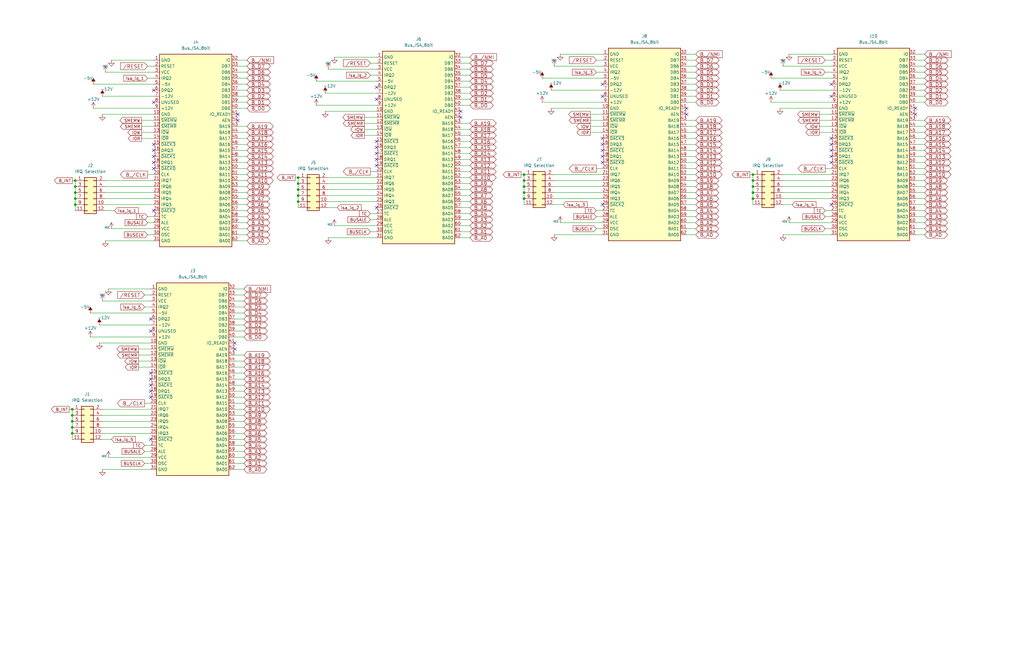
<source format=kicad_sch>
(kicad_sch (version 20231120) (generator "eeschema") (generator_version "8.0")
  (paper "USLedger")
  (title_block (title "6809PC") (date "2025-01-21") (rev "001") (comment 1 "https://github.com/danwerner21/6809PC") (comment 2 "Based on work by Andrew Lynch and John Coffman"))
  (lib_symbols
    (symbol "Connector_Generic:Conn_02x06_Odd_Even" (pin_names (offset 1.016) hide)
      (property "Reference" "J" (at 1.27 7.62 0))
      (property "Value" "Conn_02x06_Odd_Even" (at 1.27 -10.16 0))
      (symbol "Conn_02x06_Odd_Even_1_1"
        (pin passive line (at -5.08 5.08 0) (length 3.81) (name "Pin_1") (number "1"))
        (pin passive line (at 7.62 -5.08 180) (length 3.81) (name "Pin_10") (number "10"))
        (pin passive line (at -5.08 -7.62 0) (length 3.81) (name "Pin_11") (number "11"))
        (pin passive line (at 7.62 -7.62 180) (length 3.81) (name "Pin_12") (number "12"))
        (pin passive line (at 7.62 5.08 180) (length 3.81) (name "Pin_2") (number "2"))
        (pin passive line (at -5.08 2.54 0) (length 3.81) (name "Pin_3") (number "3"))
        (pin passive line (at 7.62 2.54 180) (length 3.81) (name "Pin_4") (number "4"))
        (pin passive line (at -5.08 0 0) (length 3.81) (name "Pin_5") (number "5"))
        (pin passive line (at 7.62 0 180) (length 3.81) (name "Pin_6") (number "6"))
        (pin passive line (at -5.08 -2.54 0) (length 3.81) (name "Pin_7") (number "7"))
        (pin passive line (at 7.62 -2.54 180) (length 3.81) (name "Pin_8") (number "8"))
        (pin passive line (at -5.08 -5.08 0) (length 3.81) (name "Pin_9") (number "9"))
      )
    )
    (symbol "Custom:Bus_ISA_8bit_CUSTOM"
      (property "Reference" "J" (at 0 42.545 0))
      (property "Value" "Bus_ISA_8bit_CUSTOM" (at 0 -42.545 0))
      (symbol "Bus_ISA_8bit_CUSTOM_1_1"
        (pin power_in line (at -17.78 38.1 0) (length 2.54) (name "GND") (number "1"))
        (pin power_in line (at -17.78 15.24 0) (length 2.54) (name "GND") (number "10"))
        (pin bidirectional line (at -17.78 12.7 0) (length 2.54) (name "~{SMEMW}") (number "11"))
        (pin bidirectional line (at -17.78 10.16 0) (length 2.54) (name "~{SMEMR}") (number "12"))
        (pin bidirectional line (at -17.78 7.62 0) (length 2.54) (name "~{IOW}") (number "13"))
        (pin bidirectional line (at -17.78 5.08 0) (length 2.54) (name "~{IOR}") (number "14"))
        (pin passive line (at -17.78 2.54 0) (length 2.54) (name "~{DACK3}") (number "15"))
        (pin passive line (at -17.78 0 0) (length 2.54) (name "DRQ3") (number "16"))
        (pin passive line (at -17.78 -2.54 0) (length 2.54) (name "~{DACK1}") (number "17"))
        (pin passive line (at -17.78 -5.08 0) (length 2.54) (name "DRQ1") (number "18"))
        (pin passive line (at -17.78 -7.62 0) (length 2.54) (name "~{DACK0}") (number "19"))
        (pin passive line (at -17.78 35.56 0) (length 2.54) (name "RESET") (number "2"))
        (pin bidirectional line (at -17.78 -10.16 0) (length 2.54) (name "CLK") (number "20"))
        (pin passive line (at -17.78 -12.7 0) (length 2.54) (name "IRQ7") (number "21"))
        (pin passive line (at -17.78 -15.24 0) (length 2.54) (name "IRQ6") (number "22"))
        (pin passive line (at -17.78 -17.78 0) (length 2.54) (name "IRQ5") (number "23"))
        (pin passive line (at -17.78 -20.32 0) (length 2.54) (name "IRQ4") (number "24"))
        (pin passive line (at -17.78 -22.86 0) (length 2.54) (name "IRQ3") (number "25"))
        (pin passive line (at -17.78 -25.4 0) (length 2.54) (name "~{DACK2}") (number "26"))
        (pin passive line (at -17.78 -27.94 0) (length 2.54) (name "TC") (number "27"))
        (pin bidirectional line (at -17.78 -30.48 0) (length 2.54) (name "ALE") (number "28"))
        (pin power_in line (at -17.78 -33.02 0) (length 2.54) (name "VCC") (number "29"))
        (pin power_in line (at -17.78 33.02 0) (length 2.54) (name "VCC") (number "3"))
        (pin passive line (at -17.78 -35.56 0) (length 2.54) (name "OSC") (number "30"))
        (pin power_in line (at -17.78 -38.1 0) (length 2.54) (name "GND") (number "31"))
        (pin passive line (at 17.78 38.1 180) (length 2.54) (name "IO") (number "32"))
        (pin tri_state line (at 17.78 35.56 180) (length 2.54) (name "DB7") (number "33"))
        (pin tri_state line (at 17.78 33.02 180) (length 2.54) (name "DB6") (number "34"))
        (pin tri_state line (at 17.78 30.48 180) (length 2.54) (name "DB5") (number "35"))
        (pin tri_state line (at 17.78 27.94 180) (length 2.54) (name "DB4") (number "36"))
        (pin tri_state line (at 17.78 25.4 180) (length 2.54) (name "DB3") (number "37"))
        (pin tri_state line (at 17.78 22.86 180) (length 2.54) (name "DB2") (number "38"))
        (pin tri_state line (at 17.78 20.32 180) (length 2.54) (name "DB1") (number "39"))
        (pin passive line (at -17.78 30.48 0) (length 2.54) (name "IRQ2") (number "4"))
        (pin tri_state line (at 17.78 17.78 180) (length 2.54) (name "DB0") (number "40"))
        (pin passive line (at 17.78 15.24 180) (length 2.54) (name "IO_READY") (number "41"))
        (pin output line (at 17.78 12.7 180) (length 2.54) (name "AEN") (number "42"))
        (pin tri_state line (at 17.78 10.16 180) (length 2.54) (name "BA19") (number "43"))
        (pin tri_state line (at 17.78 7.62 180) (length 2.54) (name "BA18") (number "44"))
        (pin tri_state line (at 17.78 5.08 180) (length 2.54) (name "BA17") (number "45"))
        (pin tri_state line (at 17.78 2.54 180) (length 2.54) (name "BA16") (number "46"))
        (pin tri_state line (at 17.78 0 180) (length 2.54) (name "BA15") (number "47"))
        (pin tri_state line (at 17.78 -2.54 180) (length 2.54) (name "BA14") (number "48"))
        (pin tri_state line (at 17.78 -5.08 180) (length 2.54) (name "BA13") (number "49"))
        (pin power_in line (at -17.78 27.94 0) (length 2.54) (name "-5V") (number "5"))
        (pin tri_state line (at 17.78 -7.62 180) (length 2.54) (name "BA12") (number "50"))
        (pin tri_state line (at 17.78 -10.16 180) (length 2.54) (name "BA11") (number "51"))
        (pin tri_state line (at 17.78 -12.7 180) (length 2.54) (name "BA10") (number "52"))
        (pin tri_state line (at 17.78 -15.24 180) (length 2.54) (name "BA09") (number "53"))
        (pin tri_state line (at 17.78 -17.78 180) (length 2.54) (name "BA08") (number "54"))
        (pin tri_state line (at 17.78 -20.32 180) (length 2.54) (name "BA07") (number "55"))
        (pin tri_state line (at 17.78 -22.86 180) (length 2.54) (name "BA06") (number "56"))
        (pin tri_state line (at 17.78 -25.4 180) (length 2.54) (name "BA05") (number "57"))
        (pin tri_state line (at 17.78 -27.94 180) (length 2.54) (name "BA04") (number "58"))
        (pin tri_state line (at 17.78 -30.48 180) (length 2.54) (name "BA03") (number "59"))
        (pin passive line (at -17.78 25.4 0) (length 2.54) (name "DRQ2") (number "6"))
        (pin tri_state line (at 17.78 -33.02 180) (length 2.54) (name "BA02") (number "60"))
        (pin tri_state line (at 17.78 -35.56 180) (length 2.54) (name "BA01") (number "61"))
        (pin tri_state line (at 17.78 -38.1 180) (length 2.54) (name "BA00") (number "62"))
        (pin power_in line (at -17.78 22.86 0) (length 2.54) (name "-12V") (number "7"))
        (pin passive line (at -17.78 20.32 0) (length 2.54) (name "UNUSED") (number "8"))
        (pin power_in line (at -17.78 17.78 0) (length 2.54) (name "+12V") (number "9"))
      )
    )
    (symbol "power:+12V" (power) (pin_numbers hide) (pin_names (offset 0) hide)
      (property "Value" "+12V" (at 0 3.556 0))
      (symbol "+12V_1_1"
        (pin power_in line (at 0 0 90) (length 0) (name "~") (number "1"))
      )
    )
    (symbol "power:-12V" (power) (pin_numbers hide) (pin_names (offset 0) hide)
      (property "Value" "-12V" (at 0 3.556 0))
      (symbol "-12V_0_0"
        (pin power_in line (at 0 0 90) (length 0) (name "~") (number "1"))
      )
    )
    (symbol "power:-5V" (power) (pin_numbers hide) (pin_names (offset 0) hide)
      (property "Value" "-5V" (at 0 3.556 0))
      (symbol "-5V_0_0"
        (pin power_in line (at 0 0 90) (length 0) (name "~") (number "1"))
      )
    )
    (symbol "power:GND" (power) (pin_numbers hide) (pin_names (offset 0) hide)
      (property "Value" "GND" (at 0 -3.81 0))
      (symbol "GND_1_1"
        (pin power_in line (at 0 0 270) (length 0) (name "~") (number "1"))
      )
    )
    (symbol "power:VCC" (power) (pin_numbers hide) (pin_names (offset 0) hide)
      (property "Value" "VCC" (at 0 3.556 0))
      (symbol "VCC_1_1"
        (pin power_in line (at 0 0 90) (length 0) (name "~") (number "1"))
      )
    )
  )
  (junction (at 220.98 76.2))
  (junction (at 30.48 180.34))
  (junction (at 30.48 177.8))
  (junction (at 317.5 76.2))
  (junction (at 220.98 81.28))
  (junction (at 317.5 83.82))
  (junction (at 125.73 77.47))
  (junction (at 30.48 172.72))
  (junction (at 125.73 74.93))
  (junction (at 30.48 182.88))
  (junction (at 220.98 73.66))
  (junction (at 317.5 81.28))
  (junction (at 125.73 80.01))
  (junction (at 220.98 83.82))
  (junction (at 317.5 78.74))
  (junction (at 125.73 82.55))
  (junction (at 125.73 85.09))
  (junction (at 31.75 83.82))
  (junction (at 317.5 73.66))
  (junction (at 31.75 81.28))
  (junction (at 31.75 78.74))
  (junction (at 31.75 76.2))
  (junction (at 30.48 175.26))
  (junction (at 220.98 78.74))
  (junction (at 31.75 86.36))
  (no_connect (at 350.52 40.64))
  (no_connect (at 350.52 68.58))
  (no_connect (at 63.5 165.1))
  (no_connect (at 386.08 48.26))
  (no_connect (at 350.52 60.96))
  (no_connect (at 254 63.5))
  (no_connect (at 350.52 63.5))
  (no_connect (at 64.77 71.12))
  (no_connect (at 63.5 134.62))
  (no_connect (at 254 35.56))
  (no_connect (at 64.77 60.96))
  (no_connect (at 254 68.58))
  (no_connect (at 350.52 66.04))
  (no_connect (at 99.06 147.32))
  (no_connect (at 158.75 67.31))
  (no_connect (at 350.52 35.56))
  (no_connect (at 254 66.04))
  (no_connect (at 63.5 162.56))
  (no_connect (at 99.06 144.78))
  (no_connect (at 289.56 48.26))
  (no_connect (at 158.75 69.85))
  (no_connect (at 254 58.42))
  (no_connect (at 158.75 87.63))
  (no_connect (at 64.77 43.18))
  (no_connect (at 158.75 62.23))
  (no_connect (at 194.31 49.53))
  (no_connect (at 386.08 45.72))
  (no_connect (at 158.75 41.91))
  (no_connect (at 194.31 46.99))
  (no_connect (at 64.77 88.9))
  (no_connect (at 350.52 86.36))
  (no_connect (at 158.75 64.77))
  (no_connect (at 158.75 59.69))
  (no_connect (at 63.5 157.48))
  (no_connect (at 63.5 185.42))
  (no_connect (at 64.77 38.1))
  (no_connect (at 350.52 58.42))
  (no_connect (at 289.56 45.72))
  (no_connect (at 254 60.96))
  (no_connect (at 158.75 36.83))
  (no_connect (at 100.33 50.8))
  (no_connect (at 254 40.64))
  (no_connect (at 63.5 167.64))
  (no_connect (at 63.5 160.02))
  (no_connect (at 64.77 68.58))
  (no_connect (at 63.5 139.7))
  (no_connect (at 254 86.36))
  (no_connect (at 64.77 66.04))
  (no_connect (at 100.33 48.26))
  (no_connect (at 64.77 63.5))
  (wire (pts (xy 220.98 76.2) (xy 220.98 78.74)))
  (wire (pts (xy 232.41 38.1) (xy 254 38.1)))
  (wire (pts (xy 138.43 87.63) (xy 142.24 87.63)))
  (wire (pts (xy 58.42 149.86) (xy 63.5 149.86)))
  (wire (pts (xy 156.21 72.39) (xy 158.75 72.39)))
  (wire (pts (xy 289.56 81.28) (xy 293.37 81.28)))
  (wire (pts (xy 220.98 78.74) (xy 220.98 81.28)))
  (wire (pts (xy 99.06 193.04) (xy 102.87 193.04)))
  (wire (pts (xy 100.33 99.06) (xy 104.14 99.06)))
  (wire (pts (xy 289.56 78.74) (xy 293.37 78.74)))
  (wire (pts (xy 194.31 44.45) (xy 198.12 44.45)))
  (wire (pts (xy 31.75 83.82) (xy 31.75 86.36)))
  (wire (pts (xy 236.22 22.86) (xy 254 22.86)))
  (wire (pts (xy 62.23 91.44) (xy 64.77 91.44)))
  (wire (pts (xy 99.06 167.64) (xy 102.87 167.64)))
  (wire (pts (xy 31.75 76.2) (xy 31.75 78.74)))
  (wire (pts (xy 228.6 33.02) (xy 254 33.02)))
  (wire (pts (xy 100.33 93.98) (xy 104.14 93.98)))
  (wire (pts (xy 43.18 48.26) (xy 64.77 48.26)))
  (wire (pts (xy 194.31 69.85) (xy 198.12 69.85)))
  (wire (pts (xy 289.56 71.12) (xy 293.37 71.12)))
  (wire (pts (xy 138.43 74.93) (xy 158.75 74.93)))
  (wire (pts (xy 100.33 30.48) (xy 104.14 30.48)))
  (wire (pts (xy 58.42 154.94) (xy 63.5 154.94)))
  (wire (pts (xy 58.42 147.32) (xy 63.5 147.32)))
  (wire (pts (xy 233.68 27.94) (xy 254 27.94)))
  (wire (pts (xy 100.33 71.12) (xy 104.14 71.12)))
  (wire (pts (xy 386.08 60.96) (xy 389.89 60.96)))
  (wire (pts (xy 328.93 38.1) (xy 350.52 38.1)))
  (wire (pts (xy 194.31 92.71) (xy 198.12 92.71)))
  (wire (pts (xy 386.08 63.5) (xy 389.89 63.5)))
  (wire (pts (xy 251.46 71.12) (xy 254 71.12)))
  (wire (pts (xy 194.31 34.29) (xy 198.12 34.29)))
  (wire (pts (xy 194.31 31.75) (xy 198.12 31.75)))
  (wire (pts (xy 59.69 50.8) (xy 64.77 50.8)))
  (wire (pts (xy 100.33 76.2) (xy 104.14 76.2)))
  (wire (pts (xy 289.56 86.36) (xy 293.37 86.36)))
  (wire (pts (xy 194.31 26.67) (xy 198.12 26.67)))
  (wire (pts (xy 41.91 144.78) (xy 63.5 144.78)))
  (wire (pts (xy 194.31 82.55) (xy 198.12 82.55)))
  (wire (pts (xy 43.18 198.12) (xy 63.5 198.12)))
  (wire (pts (xy 138.43 77.47) (xy 158.75 77.47)))
  (wire (pts (xy 386.08 40.64) (xy 389.89 40.64)))
  (wire (pts (xy 99.06 182.88) (xy 102.87 182.88)))
  (wire (pts (xy 100.33 83.82) (xy 104.14 83.82)))
  (wire (pts (xy 30.48 76.2) (xy 31.75 76.2)))
  (wire (pts (xy 386.08 22.86) (xy 389.89 22.86)))
  (wire (pts (xy 345.44 50.8) (xy 350.52 50.8)))
  (wire (pts (xy 100.33 86.36) (xy 104.14 86.36)))
  (wire (pts (xy 44.45 81.28) (xy 64.77 81.28)))
  (wire (pts (xy 153.67 54.61) (xy 158.75 54.61)))
  (wire (pts (xy 156.21 26.67) (xy 158.75 26.67)))
  (wire (pts (xy 386.08 86.36) (xy 389.89 86.36)))
  (wire (pts (xy 124.46 74.93) (xy 125.73 74.93)))
  (wire (pts (xy 100.33 101.6) (xy 104.14 101.6)))
  (wire (pts (xy 100.33 43.18) (xy 104.14 43.18)))
  (wire (pts (xy 347.98 91.44) (xy 350.52 91.44)))
  (wire (pts (xy 44.45 78.74) (xy 64.77 78.74)))
  (wire (pts (xy 194.31 87.63) (xy 198.12 87.63)))
  (wire (pts (xy 289.56 76.2) (xy 293.37 76.2)))
  (wire (pts (xy 125.73 82.55) (xy 125.73 85.09)))
  (wire (pts (xy 99.06 152.4) (xy 102.87 152.4)))
  (wire (pts (xy 330.2 86.36) (xy 334.01 86.36)))
  (wire (pts (xy 43.18 185.42) (xy 46.99 185.42)))
  (wire (pts (xy 194.31 85.09) (xy 198.12 85.09)))
  (wire (pts (xy 289.56 55.88) (xy 293.37 55.88)))
  (wire (pts (xy 194.31 72.39) (xy 198.12 72.39)))
  (wire (pts (xy 289.56 43.18) (xy 293.37 43.18)))
  (wire (pts (xy 100.33 91.44) (xy 104.14 91.44)))
  (wire (pts (xy 45.72 121.92) (xy 63.5 121.92)))
  (wire (pts (xy 138.43 82.55) (xy 158.75 82.55)))
  (wire (pts (xy 317.5 76.2) (xy 317.5 78.74)))
  (wire (pts (xy 194.31 59.69) (xy 198.12 59.69)))
  (wire (pts (xy 251.46 88.9) (xy 254 88.9)))
  (wire (pts (xy 289.56 99.06) (xy 293.37 99.06)))
  (wire (pts (xy 30.48 177.8) (xy 30.48 180.34)))
  (wire (pts (xy 194.31 100.33) (xy 198.12 100.33)))
  (wire (pts (xy 386.08 25.4) (xy 389.89 25.4)))
  (wire (pts (xy 194.31 39.37) (xy 198.12 39.37)))
  (wire (pts (xy 386.08 66.04) (xy 389.89 66.04)))
  (wire (pts (xy 99.06 177.8) (xy 102.87 177.8)))
  (wire (pts (xy 44.45 76.2) (xy 64.77 76.2)))
  (wire (pts (xy 99.06 160.02) (xy 102.87 160.02)))
  (wire (pts (xy 194.31 41.91) (xy 198.12 41.91)))
  (wire (pts (xy 100.33 68.58) (xy 104.14 68.58)))
  (wire (pts (xy 386.08 76.2) (xy 389.89 76.2)))
  (wire (pts (xy 31.75 86.36) (xy 31.75 88.9)))
  (wire (pts (xy 289.56 22.86) (xy 293.37 22.86)))
  (wire (pts (xy 99.06 185.42) (xy 102.87 185.42)))
  (wire (pts (xy 100.33 96.52) (xy 104.14 96.52)))
  (wire (pts (xy 248.92 48.26) (xy 254 48.26)))
  (wire (pts (xy 99.06 162.56) (xy 102.87 162.56)))
  (wire (pts (xy 289.56 73.66) (xy 293.37 73.66)))
  (wire (pts (xy 316.23 73.66) (xy 317.5 73.66)))
  (wire (pts (xy 43.18 180.34) (xy 63.5 180.34)))
  (wire (pts (xy 386.08 99.06) (xy 389.89 99.06)))
  (wire (pts (xy 153.67 57.15) (xy 158.75 57.15)))
  (wire (pts (xy 156.21 90.17) (xy 158.75 90.17)))
  (wire (pts (xy 43.18 182.88) (xy 63.5 182.88)))
  (wire (pts (xy 59.69 53.34) (xy 64.77 53.34)))
  (wire (pts (xy 330.2 78.74) (xy 350.52 78.74)))
  (wire (pts (xy 332.74 22.86) (xy 350.52 22.86)))
  (wire (pts (xy 59.69 58.42) (xy 64.77 58.42)))
  (wire (pts (xy 194.31 62.23) (xy 198.12 62.23)))
  (wire (pts (xy 289.56 58.42) (xy 293.37 58.42)))
  (wire (pts (xy 233.68 73.66) (xy 254 73.66)))
  (wire (pts (xy 289.56 60.96) (xy 293.37 60.96)))
  (wire (pts (xy 133.35 44.45) (xy 158.75 44.45)))
  (wire (pts (xy 289.56 25.4) (xy 293.37 25.4)))
  (wire (pts (xy 43.18 127) (xy 63.5 127)))
  (wire (pts (xy 251.46 30.48) (xy 254 30.48)))
  (wire (pts (xy 386.08 38.1) (xy 389.89 38.1)))
  (wire (pts (xy 386.08 73.66) (xy 389.89 73.66)))
  (wire (pts (xy 289.56 38.1) (xy 293.37 38.1)))
  (wire (pts (xy 62.23 73.66) (xy 64.77 73.66)))
  (wire (pts (xy 31.75 81.28) (xy 31.75 83.82)))
  (wire (pts (xy 99.06 187.96) (xy 102.87 187.96)))
  (wire (pts (xy 138.43 100.33) (xy 158.75 100.33)))
  (wire (pts (xy 289.56 63.5) (xy 293.37 63.5)))
  (wire (pts (xy 386.08 33.02) (xy 389.89 33.02)))
  (wire (pts (xy 345.44 53.34) (xy 350.52 53.34)))
  (wire (pts (xy 248.92 55.88) (xy 254 55.88)))
  (wire (pts (xy 60.96 129.54) (xy 63.5 129.54)))
  (wire (pts (xy 99.06 180.34) (xy 102.87 180.34)))
  (wire (pts (xy 330.2 76.2) (xy 350.52 76.2)))
  (wire (pts (xy 100.33 88.9) (xy 104.14 88.9)))
  (wire (pts (xy 99.06 157.48) (xy 102.87 157.48)))
  (wire (pts (xy 45.72 193.04) (xy 63.5 193.04)))
  (wire (pts (xy 289.56 68.58) (xy 293.37 68.58)))
  (wire (pts (xy 236.22 93.98) (xy 254 93.98)))
  (wire (pts (xy 156.21 92.71) (xy 158.75 92.71)))
  (wire (pts (xy 386.08 83.82) (xy 389.89 83.82)))
  (wire (pts (xy 100.33 53.34) (xy 104.14 53.34)))
  (wire (pts (xy 100.33 33.02) (xy 104.14 33.02)))
  (wire (pts (xy 345.44 48.26) (xy 350.52 48.26)))
  (wire (pts (xy 100.33 60.96) (xy 104.14 60.96)))
  (wire (pts (xy 289.56 93.98) (xy 293.37 93.98)))
  (wire (pts (xy 99.06 124.46) (xy 102.87 124.46)))
  (wire (pts (xy 194.31 90.17) (xy 198.12 90.17)))
  (wire (pts (xy 99.06 198.12) (xy 102.87 198.12)))
  (wire (pts (xy 43.18 172.72) (xy 63.5 172.72)))
  (wire (pts (xy 317.5 73.66) (xy 317.5 76.2)))
  (wire (pts (xy 30.48 172.72) (xy 30.48 175.26)))
  (wire (pts (xy 60.96 190.5) (xy 63.5 190.5)))
  (wire (pts (xy 99.06 129.54) (xy 102.87 129.54)))
  (wire (pts (xy 44.45 101.6) (xy 64.77 101.6)))
  (wire (pts (xy 194.31 36.83) (xy 198.12 36.83)))
  (wire (pts (xy 100.33 35.56) (xy 104.14 35.56)))
  (wire (pts (xy 289.56 40.64) (xy 293.37 40.64)))
  (wire (pts (xy 138.43 29.21) (xy 158.75 29.21)))
  (wire (pts (xy 46.99 96.52) (xy 64.77 96.52)))
  (wire (pts (xy 60.96 187.96) (xy 63.5 187.96)))
  (wire (pts (xy 330.2 99.06) (xy 350.52 99.06)))
  (wire (pts (xy 39.37 45.72) (xy 64.77 45.72)))
  (wire (pts (xy 100.33 66.04) (xy 104.14 66.04)))
  (wire (pts (xy 289.56 91.44) (xy 293.37 91.44)))
  (wire (pts (xy 99.06 149.86) (xy 102.87 149.86)))
  (wire (pts (xy 125.73 85.09) (xy 125.73 87.63)))
  (wire (pts (xy 99.06 154.94) (xy 102.87 154.94)))
  (wire (pts (xy 248.92 53.34) (xy 254 53.34)))
  (wire (pts (xy 125.73 77.47) (xy 125.73 80.01)))
  (wire (pts (xy 140.97 95.25) (xy 158.75 95.25)))
  (wire (pts (xy 100.33 58.42) (xy 104.14 58.42)))
  (wire (pts (xy 194.31 64.77) (xy 198.12 64.77)))
  (wire (pts (xy 289.56 53.34) (xy 293.37 53.34)))
  (wire (pts (xy 194.31 67.31) (xy 198.12 67.31)))
  (wire (pts (xy 38.1 132.08) (xy 63.5 132.08)))
  (wire (pts (xy 99.06 195.58) (xy 102.87 195.58)))
  (wire (pts (xy 99.06 127) (xy 102.87 127)))
  (wire (pts (xy 330.2 73.66) (xy 350.52 73.66)))
  (wire (pts (xy 328.93 45.72) (xy 350.52 45.72)))
  (wire (pts (xy 100.33 27.94) (xy 104.14 27.94)))
  (wire (pts (xy 58.42 152.4) (xy 63.5 152.4)))
  (wire (pts (xy 219.71 73.66) (xy 220.98 73.66)))
  (wire (pts (xy 194.31 29.21) (xy 198.12 29.21)))
  (wire (pts (xy 137.16 46.99) (xy 158.75 46.99)))
  (wire (pts (xy 38.1 142.24) (xy 63.5 142.24)))
  (wire (pts (xy 100.33 40.64) (xy 104.14 40.64)))
  (wire (pts (xy 100.33 25.4) (xy 104.14 25.4)))
  (wire (pts (xy 99.06 190.5) (xy 102.87 190.5)))
  (wire (pts (xy 99.06 137.16) (xy 102.87 137.16)))
  (wire (pts (xy 289.56 50.8) (xy 293.37 50.8)))
  (wire (pts (xy 44.45 30.48) (xy 64.77 30.48)))
  (wire (pts (xy 100.33 73.66) (xy 104.14 73.66)))
  (wire (pts (xy 62.23 27.94) (xy 64.77 27.94)))
  (wire (pts (xy 100.33 63.5) (xy 104.14 63.5)))
  (wire (pts (xy 251.46 96.52) (xy 254 96.52)))
  (wire (pts (xy 99.06 139.7) (xy 102.87 139.7)))
  (wire (pts (xy 194.31 95.25) (xy 198.12 95.25)))
  (wire (pts (xy 220.98 83.82) (xy 220.98 86.36)))
  (wire (pts (xy 232.41 45.72) (xy 254 45.72)))
  (wire (pts (xy 100.33 45.72) (xy 104.14 45.72)))
  (wire (pts (xy 30.48 180.34) (xy 30.48 182.88)))
  (wire (pts (xy 44.45 88.9) (xy 48.26 88.9)))
  (wire (pts (xy 153.67 49.53) (xy 158.75 49.53)))
  (wire (pts (xy 44.45 83.82) (xy 64.77 83.82)))
  (wire (pts (xy 194.31 77.47) (xy 198.12 77.47)))
  (wire (pts (xy 386.08 88.9) (xy 389.89 88.9)))
  (wire (pts (xy 289.56 66.04) (xy 293.37 66.04)))
  (wire (pts (xy 386.08 81.28) (xy 389.89 81.28)))
  (wire (pts (xy 347.98 71.12) (xy 350.52 71.12)))
  (wire (pts (xy 233.68 78.74) (xy 254 78.74)))
  (wire (pts (xy 386.08 27.94) (xy 389.89 27.94)))
  (wire (pts (xy 60.96 195.58) (xy 63.5 195.58)))
  (wire (pts (xy 386.08 91.44) (xy 389.89 91.44)))
  (wire (pts (xy 347.98 25.4) (xy 350.52 25.4)))
  (wire (pts (xy 289.56 88.9) (xy 293.37 88.9)))
  (wire (pts (xy 100.33 78.74) (xy 104.14 78.74)))
  (wire (pts (xy 233.68 99.06) (xy 254 99.06)))
  (wire (pts (xy 289.56 33.02) (xy 293.37 33.02)))
  (wire (pts (xy 386.08 71.12) (xy 389.89 71.12)))
  (wire (pts (xy 289.56 96.52) (xy 293.37 96.52)))
  (wire (pts (xy 228.6 43.18) (xy 254 43.18)))
  (wire (pts (xy 386.08 53.34) (xy 389.89 53.34)))
  (wire (pts (xy 156.21 97.79) (xy 158.75 97.79)))
  (wire (pts (xy 100.33 55.88) (xy 104.14 55.88)))
  (wire (pts (xy 194.31 52.07) (xy 198.12 52.07)))
  (wire (pts (xy 137.16 39.37) (xy 158.75 39.37)))
  (wire (pts (xy 31.75 78.74) (xy 31.75 81.28)))
  (wire (pts (xy 386.08 78.74) (xy 389.89 78.74)))
  (wire (pts (xy 99.06 172.72) (xy 102.87 172.72)))
  (wire (pts (xy 386.08 93.98) (xy 389.89 93.98)))
  (wire (pts (xy 99.06 165.1) (xy 102.87 165.1)))
  (wire (pts (xy 220.98 73.66) (xy 220.98 76.2)))
  (wire (pts (xy 317.5 78.74) (xy 317.5 81.28)))
  (wire (pts (xy 345.44 55.88) (xy 350.52 55.88)))
  (wire (pts (xy 194.31 57.15) (xy 198.12 57.15)))
  (wire (pts (xy 317.5 81.28) (xy 317.5 83.82)))
  (wire (pts (xy 99.06 170.18) (xy 102.87 170.18)))
  (wire (pts (xy 347.98 30.48) (xy 350.52 30.48)))
  (wire (pts (xy 386.08 68.58) (xy 389.89 68.58)))
  (wire (pts (xy 233.68 81.28) (xy 254 81.28)))
  (wire (pts (xy 99.06 121.92) (xy 102.87 121.92)))
  (wire (pts (xy 44.45 86.36) (xy 64.77 86.36)))
  (wire (pts (xy 289.56 30.48) (xy 293.37 30.48)))
  (wire (pts (xy 43.18 175.26) (xy 63.5 175.26)))
  (wire (pts (xy 138.43 80.01) (xy 158.75 80.01)))
  (wire (pts (xy 248.92 50.8) (xy 254 50.8)))
  (wire (pts (xy 194.31 54.61) (xy 198.12 54.61)))
  (wire (pts (xy 386.08 43.18) (xy 389.89 43.18)))
  (wire (pts (xy 325.12 43.18) (xy 350.52 43.18)))
  (wire (pts (xy 194.31 97.79) (xy 198.12 97.79)))
  (wire (pts (xy 386.08 30.48) (xy 389.89 30.48)))
  (wire (pts (xy 43.18 177.8) (xy 63.5 177.8)))
  (wire (pts (xy 289.56 35.56) (xy 293.37 35.56)))
  (wire (pts (xy 62.23 99.06) (xy 64.77 99.06)))
  (wire (pts (xy 233.68 76.2) (xy 254 76.2)))
  (wire (pts (xy 140.97 24.13) (xy 158.75 24.13)))
  (wire (pts (xy 29.21 172.72) (xy 30.48 172.72)))
  (wire (pts (xy 386.08 35.56) (xy 389.89 35.56)))
  (wire (pts (xy 332.74 93.98) (xy 350.52 93.98)))
  (wire (pts (xy 233.68 83.82) (xy 254 83.82)))
  (wire (pts (xy 99.06 134.62) (xy 102.87 134.62)))
  (wire (pts (xy 220.98 81.28) (xy 220.98 83.82)))
  (wire (pts (xy 251.46 91.44) (xy 254 91.44)))
  (wire (pts (xy 386.08 50.8) (xy 389.89 50.8)))
  (wire (pts (xy 330.2 27.94) (xy 350.52 27.94)))
  (wire (pts (xy 125.73 74.93) (xy 125.73 77.47)))
  (wire (pts (xy 330.2 81.28) (xy 350.52 81.28)))
  (wire (pts (xy 62.23 33.02) (xy 64.77 33.02)))
  (wire (pts (xy 153.67 52.07) (xy 158.75 52.07)))
  (wire (pts (xy 43.18 40.64) (xy 64.77 40.64)))
  (wire (pts (xy 39.37 35.56) (xy 64.77 35.56)))
  (wire (pts (xy 386.08 58.42) (xy 389.89 58.42)))
  (wire (pts (xy 100.33 38.1) (xy 104.14 38.1)))
  (wire (pts (xy 30.48 175.26) (xy 30.48 177.8)))
  (wire (pts (xy 317.5 83.82) (xy 317.5 86.36)))
  (wire (pts (xy 99.06 132.08) (xy 102.87 132.08)))
  (wire (pts (xy 251.46 25.4) (xy 254 25.4)))
  (wire (pts (xy 60.96 124.46) (xy 63.5 124.46)))
  (wire (pts (xy 59.69 55.88) (xy 64.77 55.88)))
  (wire (pts (xy 386.08 55.88) (xy 389.89 55.88)))
  (wire (pts (xy 156.21 31.75) (xy 158.75 31.75)))
  (wire (pts (xy 100.33 81.28) (xy 104.14 81.28)))
  (wire (pts (xy 289.56 83.82) (xy 293.37 83.82)))
  (wire (pts (xy 194.31 74.93) (xy 198.12 74.93)))
  (wire (pts (xy 46.99 25.4) (xy 64.77 25.4)))
  (wire (pts (xy 138.43 85.09) (xy 158.75 85.09)))
  (wire (pts (xy 325.12 33.02) (xy 350.52 33.02)))
  (wire (pts (xy 347.98 88.9) (xy 350.52 88.9)))
  (wire (pts (xy 60.96 170.18) (xy 63.5 170.18)))
  (wire (pts (xy 330.2 83.82) (xy 350.52 83.82)))
  (wire (pts (xy 194.31 80.01) (xy 198.12 80.01)))
  (wire (pts (xy 386.08 96.52) (xy 389.89 96.52)))
  (wire (pts (xy 289.56 27.94) (xy 293.37 27.94)))
  (wire (pts (xy 62.23 93.98) (xy 64.77 93.98)))
  (wire (pts (xy 125.73 80.01) (xy 125.73 82.55)))
  (wire (pts (xy 233.68 86.36) (xy 237.49 86.36)))
  (wire (pts (xy 347.98 96.52) (xy 350.52 96.52)))
  (wire (pts (xy 99.06 175.26) (xy 102.87 175.26)))
  (wire (pts (xy 30.48 182.88) (xy 30.48 185.42)))
  (wire (pts (xy 99.06 142.24) (xy 102.87 142.24)))
  (wire (pts (xy 194.31 24.13) (xy 198.12 24.13)))
  (wire (pts (xy 133.35 34.29) (xy 158.75 34.29)))
  (wire (pts (xy 41.91 137.16) (xy 63.5 137.16)))
  (global_label "B_/NMI" (shape input) (at 389.89 22.86 0) (effects (font (size 1.524 1.524))) (property "Intersheetrefs" "${INTERSHEET_REFS}" (effects (hide yes))))
  (global_label "B_INT" (shape output) (at 124.46 74.93 180) (property "Intersheetrefs" "${INTERSHEET_REFS}" (effects (hide yes))))
  (global_label "{slash}RESET" (shape input) (at 60.96 124.46 180) (effects (font (size 1.524 1.524))) (property "Intersheetrefs" "${INTERSHEET_REFS}" (effects (hide yes))))
  (global_label "TC" (shape input) (at 156.21 90.17 180) (property "Intersheetrefs" "${INTERSHEET_REFS}" (effects (hide yes))))
  (global_label "B_D3" (shape bidirectional) (at 389.89 35.56 0) (effects (font (size 1.524 1.524))) (property "Intersheetrefs" "${INTERSHEET_REFS}" (effects (hide yes))))
  (global_label "B_A14" (shape tri_state) (at 198.12 64.77 0) (effects (font (size 1.524 1.524))) (property "Intersheetrefs" "${INTERSHEET_REFS}" (effects (hide yes))))
  (global_label "B_D0" (shape bidirectional) (at 198.12 44.45 0) (effects (font (size 1.524 1.524))) (property "Intersheetrefs" "${INTERSHEET_REFS}" (effects (hide yes))))
  (global_label "B_A5" (shape bidirectional) (at 389.89 86.36 0) (effects (font (size 1.524 1.524))) (property "Intersheetrefs" "${INTERSHEET_REFS}" (effects (hide yes))))
  (global_label "B_A6" (shape bidirectional) (at 389.89 83.82 0) (effects (font (size 1.524 1.524))) (property "Intersheetrefs" "${INTERSHEET_REFS}" (effects (hide yes))))
  (global_label "B_A3" (shape bidirectional) (at 198.12 92.71 0) (effects (font (size 1.524 1.524))) (property "Intersheetrefs" "${INTERSHEET_REFS}" (effects (hide yes))))
  (global_label "B_A8" (shape bidirectional) (at 102.87 177.8 0) (effects (font (size 1.524 1.524))) (property "Intersheetrefs" "${INTERSHEET_REFS}" (effects (hide yes))))
  (global_label "{slash}RESET" (shape input) (at 156.21 26.67 180) (effects (font (size 1.524 1.524))) (property "Intersheetrefs" "${INTERSHEET_REFS}" (effects (hide yes))))
  (global_label "IOW" (shape output) (at 58.42 152.4 180) (property "Intersheetrefs" "${INTERSHEET_REFS}" (effects (hide yes))))
  (global_label "B_A3" (shape bidirectional) (at 389.89 91.44 0) (effects (font (size 1.524 1.524))) (property "Intersheetrefs" "${INTERSHEET_REFS}" (effects (hide yes))))
  (global_label "B_A18" (shape tri_state) (at 102.87 152.4 0) (effects (font (size 1.524 1.524))) (property "Intersheetrefs" "${INTERSHEET_REFS}" (effects (hide yes))))
  (global_label "B_A8" (shape bidirectional) (at 104.14 81.28 0) (effects (font (size 1.524 1.524))) (property "Intersheetrefs" "${INTERSHEET_REFS}" (effects (hide yes))))
  (global_label "B_INT" (shape output) (at 30.48 76.2 180) (property "Intersheetrefs" "${INTERSHEET_REFS}" (effects (hide yes))))
  (global_label "B_A11" (shape tri_state) (at 102.87 170.18 0) (effects (font (size 1.524 1.524))) (property "Intersheetrefs" "${INTERSHEET_REFS}" (effects (hide yes))))
  (global_label "B_A17" (shape tri_state) (at 389.89 55.88 0) (effects (font (size 1.524 1.524))) (property "Intersheetrefs" "${INTERSHEET_REFS}" (effects (hide yes))))
  (global_label "B_A17" (shape tri_state) (at 102.87 154.94 0) (effects (font (size 1.524 1.524))) (property "Intersheetrefs" "${INTERSHEET_REFS}" (effects (hide yes))))
  (global_label "SMEMR" (shape output) (at 59.69 53.34 180) (property "Intersheetrefs" "${INTERSHEET_REFS}" (effects (hide yes))))
  (global_label "B_A7" (shape bidirectional) (at 102.87 180.34 0) (effects (font (size 1.524 1.524))) (property "Intersheetrefs" "${INTERSHEET_REFS}" (effects (hide yes))))
  (global_label "B_D2" (shape bidirectional) (at 293.37 38.1 0) (effects (font (size 1.524 1.524))) (property "Intersheetrefs" "${INTERSHEET_REFS}" (effects (hide yes))))
  (global_label "B_D1" (shape bidirectional) (at 102.87 139.7 0) (effects (font (size 1.524 1.524))) (property "Intersheetrefs" "${INTERSHEET_REFS}" (effects (hide yes))))
  (global_label "isa_iq_2" (shape input) (at 142.24 87.63 0) (property "Intersheetrefs" "${INTERSHEET_REFS}" (effects (hide yes))))
  (global_label "B_A2" (shape bidirectional) (at 104.14 96.52 0) (effects (font (size 1.524 1.524))) (property "Intersheetrefs" "${INTERSHEET_REFS}" (effects (hide yes))))
  (global_label "B_A10" (shape tri_state) (at 389.89 73.66 0) (effects (font (size 1.524 1.524))) (property "Intersheetrefs" "${INTERSHEET_REFS}" (effects (hide yes))))
  (global_label "BUSCLK" (shape input) (at 62.23 99.06 180) (property "Intersheetrefs" "${INTERSHEET_REFS}" (effects (hide yes))))
  (global_label "B_A13" (shape tri_state) (at 389.89 66.04 0) (effects (font (size 1.524 1.524))) (property "Intersheetrefs" "${INTERSHEET_REFS}" (effects (hide yes))))
  (global_label "B_D4" (shape bidirectional) (at 102.87 132.08 0) (effects (font (size 1.524 1.524))) (property "Intersheetrefs" "${INTERSHEET_REFS}" (effects (hide yes))))
  (global_label "B_A0" (shape bidirectional) (at 104.14 101.6 0) (effects (font (size 1.524 1.524))) (property "Intersheetrefs" "${INTERSHEET_REFS}" (effects (hide yes))))
  (global_label "B_A4" (shape bidirectional) (at 102.87 187.96 0) (effects (font (size 1.524 1.524))) (property "Intersheetrefs" "${INTERSHEET_REFS}" (effects (hide yes))))
  (global_label "B_A17" (shape tri_state) (at 293.37 55.88 0) (effects (font (size 1.524 1.524))) (property "Intersheetrefs" "${INTERSHEET_REFS}" (effects (hide yes))))
  (global_label "B_D5" (shape bidirectional) (at 293.37 30.48 0) (effects (font (size 1.524 1.524))) (property "Intersheetrefs" "${INTERSHEET_REFS}" (effects (hide yes))))
  (global_label "B_A15" (shape tri_state) (at 293.37 60.96 0) (effects (font (size 1.524 1.524))) (property "Intersheetrefs" "${INTERSHEET_REFS}" (effects (hide yes))))
  (global_label "B_D6" (shape bidirectional) (at 389.89 27.94 0) (effects (font (size 1.524 1.524))) (property "Intersheetrefs" "${INTERSHEET_REFS}" (effects (hide yes))))
  (global_label "B_A16" (shape bidirectional) (at 102.87 157.48 0) (effects (font (size 1.524 1.524))) (property "Intersheetrefs" "${INTERSHEET_REFS}" (effects (hide yes))))
  (global_label "B_D2" (shape bidirectional) (at 102.87 137.16 0) (effects (font (size 1.524 1.524))) (property "Intersheetrefs" "${INTERSHEET_REFS}" (effects (hide yes))))
  (global_label "isa_iq_3" (shape input) (at 237.49 86.36 0) (property "Intersheetrefs" "${INTERSHEET_REFS}" (effects (hide yes))))
  (global_label "B_A15" (shape tri_state) (at 102.87 160.02 0) (effects (font (size 1.524 1.524))) (property "Intersheetrefs" "${INTERSHEET_REFS}" (effects (hide yes))))
  (global_label "isa_iq_4" (shape input) (at 347.98 30.48 180) (property "Intersheetrefs" "${INTERSHEET_REFS}" (effects (hide yes))))
  (global_label "B_A9" (shape tri_state) (at 389.89 76.2 0) (effects (font (size 1.524 1.524))) (property "Intersheetrefs" "${INTERSHEET_REFS}" (effects (hide yes))))
  (global_label "B_A12" (shape tri_state) (at 389.89 68.58 0) (effects (font (size 1.524 1.524))) (property "Intersheetrefs" "${INTERSHEET_REFS}" (effects (hide yes))))
  (global_label "B_A11" (shape tri_state) (at 389.89 71.12 0) (effects (font (size 1.524 1.524))) (property "Intersheetrefs" "${INTERSHEET_REFS}" (effects (hide yes))))
  (global_label "B_D0" (shape bidirectional) (at 389.89 43.18 0) (effects (font (size 1.524 1.524))) (property "Intersheetrefs" "${INTERSHEET_REFS}" (effects (hide yes))))
  (global_label "B_D2" (shape bidirectional) (at 198.12 39.37 0) (effects (font (size 1.524 1.524))) (property "Intersheetrefs" "${INTERSHEET_REFS}" (effects (hide yes))))
  (global_label "B_A15" (shape tri_state) (at 389.89 60.96 0) (effects (font (size 1.524 1.524))) (property "Intersheetrefs" "${INTERSHEET_REFS}" (effects (hide yes))))
  (global_label "B_A0" (shape bidirectional) (at 389.89 99.06 0) (effects (font (size 1.524 1.524))) (property "Intersheetrefs" "${INTERSHEET_REFS}" (effects (hide yes))))
  (global_label "SMEMW" (shape output) (at 58.42 147.32 180) (property "Intersheetrefs" "${INTERSHEET_REFS}" (effects (hide yes))))
  (global_label "B_A8" (shape bidirectional) (at 293.37 78.74 0) (effects (font (size 1.524 1.524))) (property "Intersheetrefs" "${INTERSHEET_REFS}" (effects (hide yes))))
  (global_label "B_A7" (shape bidirectional) (at 198.12 82.55 0) (effects (font (size 1.524 1.524))) (property "Intersheetrefs" "${INTERSHEET_REFS}" (effects (hide yes))))
  (global_label "B_A12" (shape tri_state) (at 198.12 69.85 0) (effects (font (size 1.524 1.524))) (property "Intersheetrefs" "${INTERSHEET_REFS}" (effects (hide yes))))
  (global_label "B_A11" (shape tri_state) (at 104.14 73.66 0) (effects (font (size 1.524 1.524))) (property "Intersheetrefs" "${INTERSHEET_REFS}" (effects (hide yes))))
  (global_label "B_D1" (shape bidirectional) (at 293.37 40.64 0) (effects (font (size 1.524 1.524))) (property "Intersheetrefs" "${INTERSHEET_REFS}" (effects (hide yes))))
  (global_label "B_D7" (shape bidirectional) (at 389.89 25.4 0) (effects (font (size 1.524 1.524))) (property "Intersheetrefs" "${INTERSHEET_REFS}" (effects (hide yes))))
  (global_label "IOR" (shape output) (at 58.42 154.94 180) (property "Intersheetrefs" "${INTERSHEET_REFS}" (effects (hide yes))))
  (global_label "B_A18" (shape tri_state) (at 389.89 53.34 0) (effects (font (size 1.524 1.524))) (property "Intersheetrefs" "${INTERSHEET_REFS}" (effects (hide yes))))
  (global_label "B_A0" (shape bidirectional) (at 293.37 99.06 0) (effects (font (size 1.524 1.524))) (property "Intersheetrefs" "${INTERSHEET_REFS}" (effects (hide yes))))
  (global_label "B_D1" (shape bidirectional) (at 198.12 41.91 0) (effects (font (size 1.524 1.524))) (property "Intersheetrefs" "${INTERSHEET_REFS}" (effects (hide yes))))
  (global_label "isa_iq_5" (shape input) (at 60.96 129.54 180) (property "Intersheetrefs" "${INTERSHEET_REFS}" (effects (hide yes))))
  (global_label "BUSALE" (shape input) (at 347.98 91.44 180) (property "Intersheetrefs" "${INTERSHEET_REFS}" (effects (hide yes))))
  (global_label "B_A19" (shape tri_state) (at 293.37 50.8 0) (effects (font (size 1.524 1.524))) (property "Intersheetrefs" "${INTERSHEET_REFS}" (effects (hide yes))))
  (global_label "B_A1" (shape bidirectional) (at 104.14 99.06 0) (effects (font (size 1.524 1.524))) (property "Intersheetrefs" "${INTERSHEET_REFS}" (effects (hide yes))))
  (global_label "B_A16" (shape bidirectional) (at 104.14 60.96 0) (effects (font (size 1.524 1.524))) (property "Intersheetrefs" "${INTERSHEET_REFS}" (effects (hide yes))))
  (global_label "IOR" (shape output) (at 153.67 57.15 180) (property "Intersheetrefs" "${INTERSHEET_REFS}" (effects (hide yes))))
  (global_label "B_D3" (shape bidirectional) (at 102.87 134.62 0) (effects (font (size 1.524 1.524))) (property "Intersheetrefs" "${INTERSHEET_REFS}" (effects (hide yes))))
  (global_label "SMEMW" (shape output) (at 248.92 48.26 180) (property "Intersheetrefs" "${INTERSHEET_REFS}" (effects (hide yes))))
  (global_label "SMEMW" (shape output) (at 153.67 49.53 180) (property "Intersheetrefs" "${INTERSHEET_REFS}" (effects (hide yes))))
  (global_label "B_INT" (shape output) (at 316.23 73.66 180) (property "Intersheetrefs" "${INTERSHEET_REFS}" (effects (hide yes))))
  (global_label "BUSALE" (shape input) (at 62.23 93.98 180) (property "Intersheetrefs" "${INTERSHEET_REFS}" (effects (hide yes))))
  (global_label "B_/NMI" (shape input) (at 198.12 24.13 0) (effects (font (size 1.524 1.524))) (property "Intersheetrefs" "${INTERSHEET_REFS}" (effects (hide yes))))
  (global_label "{slash}RESET" (shape input) (at 347.98 25.4 180) (effects (font (size 1.524 1.524))) (property "Intersheetrefs" "${INTERSHEET_REFS}" (effects (hide yes))))
  (global_label "B_D4" (shape bidirectional) (at 389.89 33.02 0) (effects (font (size 1.524 1.524))) (property "Intersheetrefs" "${INTERSHEET_REFS}" (effects (hide yes))))
  (global_label "SMEMR" (shape output) (at 153.67 52.07 180) (property "Intersheetrefs" "${INTERSHEET_REFS}" (effects (hide yes))))
  (global_label "B_A19" (shape tri_state) (at 104.14 53.34 0) (effects (font (size 1.524 1.524))) (property "Intersheetrefs" "${INTERSHEET_REFS}" (effects (hide yes))))
  (global_label "B_A19" (shape tri_state) (at 198.12 52.07 0) (effects (font (size 1.524 1.524))) (property "Intersheetrefs" "${INTERSHEET_REFS}" (effects (hide yes))))
  (global_label "B_/CLK" (shape output) (at 156.21 72.39 180) (effects (font (size 1.524 1.524))) (property "Intersheetrefs" "${INTERSHEET_REFS}" (effects (hide yes))))
  (global_label "B_A7" (shape bidirectional) (at 293.37 81.28 0) (effects (font (size 1.524 1.524))) (property "Intersheetrefs" "${INTERSHEET_REFS}" (effects (hide yes))))
  (global_label "IOR" (shape output) (at 248.92 55.88 180) (property "Intersheetrefs" "${INTERSHEET_REFS}" (effects (hide yes))))
  (global_label "SMEMR" (shape output) (at 345.44 50.8 180) (property "Intersheetrefs" "${INTERSHEET_REFS}" (effects (hide yes))))
  (global_label "B_A2" (shape bidirectional) (at 102.87 193.04 0) (effects (font (size 1.524 1.524))) (property "Intersheetrefs" "${INTERSHEET_REFS}" (effects (hide yes))))
  (global_label "BUSCLK" (shape input) (at 156.21 97.79 180) (property "Intersheetrefs" "${INTERSHEET_REFS}" (effects (hide yes))))
  (global_label "B_A16" (shape bidirectional) (at 198.12 59.69 0) (effects (font (size 1.524 1.524))) (property "Intersheetrefs" "${INTERSHEET_REFS}" (effects (hide yes))))
  (global_label "B_A14" (shape tri_state) (at 104.14 66.04 0) (effects (font (size 1.524 1.524))) (property "Intersheetrefs" "${INTERSHEET_REFS}" (effects (hide yes))))
  (global_label "BUSCLK" (shape input) (at 347.98 96.52 180) (property "Intersheetrefs" "${INTERSHEET_REFS}" (effects (hide yes))))
  (global_label "IOW" (shape output) (at 153.67 54.61 180) (property "Intersheetrefs" "${INTERSHEET_REFS}" (effects (hide yes))))
  (global_label "B_D3" (shape bidirectional) (at 293.37 35.56 0) (effects (font (size 1.524 1.524))) (property "Intersheetrefs" "${INTERSHEET_REFS}" (effects (hide yes))))
  (global_label "B_A12" (shape tri_state) (at 293.37 68.58 0) (effects (font (size 1.524 1.524))) (property "Intersheetrefs" "${INTERSHEET_REFS}" (effects (hide yes))))
  (global_label "IOW" (shape output) (at 59.69 55.88 180) (property "Intersheetrefs" "${INTERSHEET_REFS}" (effects (hide yes))))
  (global_label "B_D1" (shape bidirectional) (at 104.14 43.18 0) (effects (font (size 1.524 1.524))) (property "Intersheetrefs" "${INTERSHEET_REFS}" (effects (hide yes))))
  (global_label "TC" (shape input) (at 251.46 88.9 180) (property "Intersheetrefs" "${INTERSHEET_REFS}" (effects (hide yes))))
  (global_label "B_A6" (shape bidirectional) (at 198.12 85.09 0) (effects (font (size 1.524 1.524))) (property "Intersheetrefs" "${INTERSHEET_REFS}" (effects (hide yes))))
  (global_label "B_D6" (shape bidirectional) (at 198.12 29.21 0) (effects (font (size 1.524 1.524))) (property "Intersheetrefs" "${INTERSHEET_REFS}" (effects (hide yes))))
  (global_label "B_A1" (shape bidirectional) (at 198.12 97.79 0) (effects (font (size 1.524 1.524))) (property "Intersheetrefs" "${INTERSHEET_REFS}" (effects (hide yes))))
  (global_label "B_D4" (shape bidirectional) (at 104.14 35.56 0) (effects (font (size 1.524 1.524))) (property "Intersheetrefs" "${INTERSHEET_REFS}" (effects (hide yes))))
  (global_label "B_/CLK" (shape output) (at 62.23 73.66 180) (effects (font (size 1.524 1.524))) (property "Intersheetrefs" "${INTERSHEET_REFS}" (effects (hide yes))))
  (global_label "B_/CLK" (shape output) (at 60.96 170.18 180) (effects (font (size 1.524 1.524))) (property "Intersheetrefs" "${INTERSHEET_REFS}" (effects (hide yes))))
  (global_label "IOW" (shape output) (at 345.44 53.34 180) (property "Intersheetrefs" "${INTERSHEET_REFS}" (effects (hide yes))))
  (global_label "B_A3" (shape bidirectional) (at 293.37 91.44 0) (effects (font (size 1.524 1.524))) (property "Intersheetrefs" "${INTERSHEET_REFS}" (effects (hide yes))))
  (global_label "B_A19" (shape tri_state) (at 102.87 149.86 0) (effects (font (size 1.524 1.524))) (property "Intersheetrefs" "${INTERSHEET_REFS}" (effects (hide yes))))
  (global_label "B_/NMI" (shape input) (at 104.14 25.4 0) (effects (font (size 1.524 1.524))) (property "Intersheetrefs" "${INTERSHEET_REFS}" (effects (hide yes))))
  (global_label "B_A5" (shape bidirectional) (at 102.87 185.42 0) (effects (font (size 1.524 1.524))) (property "Intersheetrefs" "${INTERSHEET_REFS}" (effects (hide yes))))
  (global_label "B_D6" (shape bidirectional) (at 293.37 27.94 0) (effects (font (size 1.524 1.524))) (property "Intersheetrefs" "${INTERSHEET_REFS}" (effects (hide yes))))
  (global_label "B_A12" (shape tri_state) (at 104.14 71.12 0) (effects (font (size 1.524 1.524))) (property "Intersheetrefs" "${INTERSHEET_REFS}" (effects (hide yes))))
  (global_label "B_A14" (shape tri_state) (at 293.37 63.5 0) (effects (font (size 1.524 1.524))) (property "Intersheetrefs" "${INTERSHEET_REFS}" (effects (hide yes))))
  (global_label "isa_iq_5" (shape input) (at 46.99 185.42 0) (property "Intersheetrefs" "${INTERSHEET_REFS}" (effects (hide yes))))
  (global_label "BUSALE" (shape input) (at 251.46 91.44 180) (property "Intersheetrefs" "${INTERSHEET_REFS}" (effects (hide yes))))
  (global_label "B_A4" (shape bidirectional) (at 104.14 91.44 0) (effects (font (size 1.524 1.524))) (property "Intersheetrefs" "${INTERSHEET_REFS}" (effects (hide yes))))
  (global_label "TC" (shape input) (at 60.96 187.96 180) (property "Intersheetrefs" "${INTERSHEET_REFS}" (effects (hide yes))))
  (global_label "B_A15" (shape tri_state) (at 104.14 63.5 0) (effects (font (size 1.524 1.524))) (property "Intersheetrefs" "${INTERSHEET_REFS}" (effects (hide yes))))
  (global_label "B_A0" (shape bidirectional) (at 102.87 198.12 0) (effects (font (size 1.524 1.524))) (property "Intersheetrefs" "${INTERSHEET_REFS}" (effects (hide yes))))
  (global_label "isa_iq_2" (shape input) (at 156.21 31.75 180) (property "Intersheetrefs" "${INTERSHEET_REFS}" (effects (hide yes))))
  (global_label "B_A13" (shape tri_state) (at 104.14 68.58 0) (effects (font (size 1.524 1.524))) (property "Intersheetrefs" "${INTERSHEET_REFS}" (effects (hide yes))))
  (global_label "B_A10" (shape tri_state) (at 102.87 172.72 0) (effects (font (size 1.524 1.524))) (property "Intersheetrefs" "${INTERSHEET_REFS}" (effects (hide yes))))
  (global_label "{slash}RESET" (shape input) (at 251.46 25.4 180) (effects (font (size 1.524 1.524))) (property "Intersheetrefs" "${INTERSHEET_REFS}" (effects (hide yes))))
  (global_label "TC" (shape input) (at 347.98 88.9 180) (property "Intersheetrefs" "${INTERSHEET_REFS}" (effects (hide yes))))
  (global_label "B_A0" (shape bidirectional) (at 198.12 100.33 0) (effects (font (size 1.524 1.524))) (property "Intersheetrefs" "${INTERSHEET_REFS}" (effects (hide yes))))
  (global_label "B_A4" (shape bidirectional) (at 389.89 88.9 0) (effects (font (size 1.524 1.524))) (property "Intersheetrefs" "${INTERSHEET_REFS}" (effects (hide yes))))
  (global_label "BUSALE" (shape input) (at 60.96 190.5 180) (property "Intersheetrefs" "${INTERSHEET_REFS}" (effects (hide yes))))
  (global_label "B_A18" (shape tri_state) (at 293.37 53.34 0) (effects (font (size 1.524 1.524))) (property "Intersheetrefs" "${INTERSHEET_REFS}" (effects (hide yes))))
  (global_label "{slash}RESET" (shape input) (at 62.23 27.94 180) (effects (font (size 1.524 1.524))) (property "Intersheetrefs" "${INTERSHEET_REFS}" (effects (hide yes))))
  (global_label "isa_iq_1" (shape input) (at 48.26 88.9 0) (property "Intersheetrefs" "${INTERSHEET_REFS}" (effects (hide yes))))
  (global_label "isa_iq_4" (shape input) (at 334.01 86.36 0) (property "Intersheetrefs" "${INTERSHEET_REFS}" (effects (hide yes))))
  (global_label "B_A2" (shape bidirectional) (at 293.37 93.98 0) (effects (font (size 1.524 1.524))) (property "Intersheetrefs" "${INTERSHEET_REFS}" (effects (hide yes))))
  (global_label "SMEMR" (shape output) (at 248.92 50.8 180) (property "Intersheetrefs" "${INTERSHEET_REFS}" (effects (hide yes))))
  (global_label "B_A17" (shape tri_state) (at 104.14 58.42 0) (effects (font (size 1.524 1.524))) (property "Intersheetrefs" "${INTERSHEET_REFS}" (effects (hide yes))))
  (global_label "B_A6" (shape bidirectional) (at 293.37 83.82 0) (effects (font (size 1.524 1.524))) (property "Intersheetrefs" "${INTERSHEET_REFS}" (effects (hide yes))))
  (global_label "B_A1" (shape bidirectional) (at 389.89 96.52 0) (effects (font (size 1.524 1.524))) (property "Intersheetrefs" "${INTERSHEET_REFS}" (effects (hide yes))))
  (global_label "B_A19" (shape tri_state) (at 389.89 50.8 0) (effects (font (size 1.524 1.524))) (property "Intersheetrefs" "${INTERSHEET_REFS}" (effects (hide yes))))
  (global_label "B_A7" (shape bidirectional) (at 389.89 81.28 0) (effects (font (size 1.524 1.524))) (property "Intersheetrefs" "${INTERSHEET_REFS}" (effects (hide yes))))
  (global_label "B_A17" (shape tri_state) (at 198.12 57.15 0) (effects (font (size 1.524 1.524))) (property "Intersheetrefs" "${INTERSHEET_REFS}" (effects (hide yes))))
  (global_label "B_D3" (shape bidirectional) (at 104.14 38.1 0) (effects (font (size 1.524 1.524))) (property "Intersheetrefs" "${INTERSHEET_REFS}" (effects (hide yes))))
  (global_label "isa_iq_3" (shape input) (at 251.46 30.48 180) (property "Intersheetrefs" "${INTERSHEET_REFS}" (effects (hide yes))))
  (global_label "B_A10" (shape tri_state) (at 293.37 73.66 0) (effects (font (size 1.524 1.524))) (property "Intersheetrefs" "${INTERSHEET_REFS}" (effects (hide yes))))
  (global_label "B_INT" (shape output) (at 219.71 73.66 180) (property "Intersheetrefs" "${INTERSHEET_REFS}" (effects (hide yes))))
  (global_label "B_A11" (shape tri_state) (at 293.37 71.12 0) (effects (font (size 1.524 1.524))) (property "Intersheetrefs" "${INTERSHEET_REFS}" (effects (hide yes))))
  (global_label "B_A13" (shape tri_state) (at 102.87 165.1 0) (effects (font (size 1.524 1.524))) (property "Intersheetrefs" "${INTERSHEET_REFS}" (effects (hide yes))))
  (global_label "B_A18" (shape tri_state) (at 198.12 54.61 0) (effects (font (size 1.524 1.524))) (property "Intersheetrefs" "${INTERSHEET_REFS}" (effects (hide yes))))
  (global_label "B_A9" (shape tri_state) (at 198.12 77.47 0) (effects (font (size 1.524 1.524))) (property "Intersheetrefs" "${INTERSHEET_REFS}" (effects (hide yes))))
  (global_label "B_D3" (shape bidirectional) (at 198.12 36.83 0) (effects (font (size 1.524 1.524))) (property "Intersheetrefs" "${INTERSHEET_REFS}" (effects (hide yes))))
  (global_label "B_/CLK" (shape output) (at 347.98 71.12 180) (effects (font (size 1.524 1.524))) (property "Intersheetrefs" "${INTERSHEET_REFS}" (effects (hide yes))))
  (global_label "B_A6" (shape bidirectional) (at 102.87 182.88 0) (effects (font (size 1.524 1.524))) (property "Intersheetrefs" "${INTERSHEET_REFS}" (effects (hide yes))))
  (global_label "B_A8" (shape bidirectional) (at 389.89 78.74 0) (effects (font (size 1.524 1.524))) (property "Intersheetrefs" "${INTERSHEET_REFS}" (effects (hide yes))))
  (global_label "B_A6" (shape bidirectional) (at 104.14 86.36 0) (effects (font (size 1.524 1.524))) (property "Intersheetrefs" "${INTERSHEET_REFS}" (effects (hide yes))))
  (global_label "B_D5" (shape bidirectional) (at 102.87 129.54 0) (effects (font (size 1.524 1.524))) (property "Intersheetrefs" "${INTERSHEET_REFS}" (effects (hide yes))))
  (global_label "B_D5" (shape bidirectional) (at 389.89 30.48 0) (effects (font (size 1.524 1.524))) (property "Intersheetrefs" "${INTERSHEET_REFS}" (effects (hide yes))))
  (global_label "B_A4" (shape bidirectional) (at 198.12 90.17 0) (effects (font (size 1.524 1.524))) (property "Intersheetrefs" "${INTERSHEET_REFS}" (effects (hide yes))))
  (global_label "B_A1" (shape bidirectional) (at 293.37 96.52 0) (effects (font (size 1.524 1.524))) (property "Intersheetrefs" "${INTERSHEET_REFS}" (effects (hide yes))))
  (global_label "SMEMR" (shape output) (at 58.42 149.86 180) (property "Intersheetrefs" "${INTERSHEET_REFS}" (effects (hide yes))))
  (global_label "B_A1" (shape bidirectional) (at 102.87 195.58 0) (effects (font (size 1.524 1.524))) (property "Intersheetrefs" "${INTERSHEET_REFS}" (effects (hide yes))))
  (global_label "B_D7" (shape bidirectional) (at 104.14 27.94 0) (effects (font (size 1.524 1.524))) (property "Intersheetrefs" "${INTERSHEET_REFS}" (effects (hide yes))))
  (global_label "B_A13" (shape tri_state) (at 293.37 66.04 0) (effects (font (size 1.524 1.524))) (property "Intersheetrefs" "${INTERSHEET_REFS}" (effects (hide yes))))
  (global_label "B_/NMI" (shape input) (at 293.37 22.86 0) (effects (font (size 1.524 1.524))) (property "Intersheetrefs" "${INTERSHEET_REFS}" (effects (hide yes))))
  (global_label "B_A9" (shape tri_state) (at 104.14 78.74 0) (effects (font (size 1.524 1.524))) (property "Intersheetrefs" "${INTERSHEET_REFS}" (effects (hide yes))))
  (global_label "B_D7" (shape bidirectional) (at 293.37 25.4 0) (effects (font (size 1.524 1.524))) (property "Intersheetrefs" "${INTERSHEET_REFS}" (effects (hide yes))))
  (global_label "B_A18" (shape tri_state) (at 104.14 55.88 0) (effects (font (size 1.524 1.524))) (property "Intersheetrefs" "${INTERSHEET_REFS}" (effects (hide yes))))
  (global_label "B_A14" (shape tri_state) (at 389.89 63.5 0) (effects (font (size 1.524 1.524))) (property "Intersheetrefs" "${INTERSHEET_REFS}" (effects (hide yes))))
  (global_label "B_A3" (shape bidirectional) (at 102.87 190.5 0) (effects (font (size 1.524 1.524))) (property "Intersheetrefs" "${INTERSHEET_REFS}" (effects (hide yes))))
  (global_label "isa_iq_1" (shape input) (at 62.23 33.02 180) (property "Intersheetrefs" "${INTERSHEET_REFS}" (effects (hide yes))))
  (global_label "B_A5" (shape bidirectional) (at 293.37 86.36 0) (effects (font (size 1.524 1.524))) (property "Intersheetrefs" "${INTERSHEET_REFS}" (effects (hide yes))))
  (global_label "B_A7" (shape bidirectional) (at 104.14 83.82 0) (effects (font (size 1.524 1.524))) (property "Intersheetrefs" "${INTERSHEET_REFS}" (effects (hide yes))))
  (global_label "BUSALE" (shape input) (at 156.21 92.71 180) (property "Intersheetrefs" "${INTERSHEET_REFS}" (effects (hide yes))))
  (global_label "B_A10" (shape tri_state) (at 198.12 74.93 0) (effects (font (size 1.524 1.524))) (property "Intersheetrefs" "${INTERSHEET_REFS}" (effects (hide yes))))
  (global_label "B_A4" (shape bidirectional) (at 293.37 88.9 0) (effects (font (size 1.524 1.524))) (property "Intersheetrefs" "${INTERSHEET_REFS}" (effects (hide yes))))
  (global_label "SMEMW" (shape output) (at 345.44 48.26 180) (property "Intersheetrefs" "${INTERSHEET_REFS}" (effects (hide yes))))
  (global_label "B_D2" (shape bidirectional) (at 104.14 40.64 0) (effects (font (size 1.524 1.524))) (property "Intersheetrefs" "${INTERSHEET_REFS}" (effects (hide yes))))
  (global_label "B_INT" (shape output) (at 29.21 172.72 180) (property "Intersheetrefs" "${INTERSHEET_REFS}" (effects (hide yes))))
  (global_label "B_D1" (shape bidirectional) (at 389.89 40.64 0) (effects (font (size 1.524 1.524))) (property "Intersheetrefs" "${INTERSHEET_REFS}" (effects (hide yes))))
  (global_label "IOW" (shape output) (at 248.92 53.34 180) (property "Intersheetrefs" "${INTERSHEET_REFS}" (effects (hide yes))))
  (global_label "B_A8" (shape bidirectional) (at 198.12 80.01 0) (effects (font (size 1.524 1.524))) (property "Intersheetrefs" "${INTERSHEET_REFS}" (effects (hide yes))))
  (global_label "B_A13" (shape tri_state) (at 198.12 67.31 0) (effects (font (size 1.524 1.524))) (property "Intersheetrefs" "${INTERSHEET_REFS}" (effects (hide yes))))
  (global_label "B_A16" (shape bidirectional) (at 293.37 58.42 0) (effects (font (size 1.524 1.524))) (property "Intersheetrefs" "${INTERSHEET_REFS}" (effects (hide yes))))
  (global_label "B_D7" (shape bidirectional) (at 102.87 124.46 0) (effects (font (size 1.524 1.524))) (property "Intersheetrefs" "${INTERSHEET_REFS}" (effects (hide yes))))
  (global_label "B_D6" (shape bidirectional) (at 104.14 30.48 0) (effects (font (size 1.524 1.524))) (property "Intersheetrefs" "${INTERSHEET_REFS}" (effects (hide yes))))
  (global_label "IOR" (shape output) (at 345.44 55.88 180) (property "Intersheetrefs" "${INTERSHEET_REFS}" (effects (hide yes))))
  (global_label "B_A3" (shape bidirectional) (at 104.14 93.98 0) (effects (font (size 1.524 1.524))) (property "Intersheetrefs" "${INTERSHEET_REFS}" (effects (hide yes))))
  (global_label "TC" (shape input) (at 62.23 91.44 180) (property "Intersheetrefs" "${INTERSHEET_REFS}" (effects (hide yes))))
  (global_label "B_A2" (shape bidirectional) (at 389.89 93.98 0) (effects (font (size 1.524 1.524))) (property "Intersheetrefs" "${INTERSHEET_REFS}" (effects (hide yes))))
  (global_label "B_A12" (shape tri_state) (at 102.87 167.64 0) (effects (font (size 1.524 1.524))) (property "Intersheetrefs" "${INTERSHEET_REFS}" (effects (hide yes))))
  (global_label "B_/NMI" (shape input) (at 102.87 121.92 0) (effects (font (size 1.524 1.524))) (property "Intersheetrefs" "${INTERSHEET_REFS}" (effects (hide yes))))
  (global_label "B_A9" (shape tri_state) (at 293.37 76.2 0) (effects (font (size 1.524 1.524))) (property "Intersheetrefs" "${INTERSHEET_REFS}" (effects (hide yes))))
  (global_label "B_D4" (shape bidirectional) (at 293.37 33.02 0) (effects (font (size 1.524 1.524))) (property "Intersheetrefs" "${INTERSHEET_REFS}" (effects (hide yes))))
  (global_label "B_A9" (shape tri_state) (at 102.87 175.26 0) (effects (font (size 1.524 1.524))) (property "Intersheetrefs" "${INTERSHEET_REFS}" (effects (hide yes))))
  (global_label "BUSCLK" (shape input) (at 251.46 96.52 180) (property "Intersheetrefs" "${INTERSHEET_REFS}" (effects (hide yes))))
  (global_label "B_A15" (shape tri_state) (at 198.12 62.23 0) (effects (font (size 1.524 1.524))) (property "Intersheetrefs" "${INTERSHEET_REFS}" (effects (hide yes))))
  (global_label "B_A5" (shape bidirectional) (at 104.14 88.9 0) (effects (font (size 1.524 1.524))) (property "Intersheetrefs" "${INTERSHEET_REFS}" (effects (hide yes))))
  (global_label "BUSCLK" (shape input) (at 60.96 195.58 180) (property "Intersheetrefs" "${INTERSHEET_REFS}" (effects (hide yes))))
  (global_label "B_D0" (shape bidirectional) (at 102.87 142.24 0) (effects (font (size 1.524 1.524))) (property "Intersheetrefs" "${INTERSHEET_REFS}" (effects (hide yes))))
  (global_label "B_D6" (shape bidirectional) (at 102.87 127 0) (effects (font (size 1.524 1.524))) (property "Intersheetrefs" "${INTERSHEET_REFS}" (effects (hide yes))))
  (global_label "B_A2" (shape bidirectional) (at 198.12 95.25 0) (effects (font (size 1.524 1.524))) (property "Intersheetrefs" "${INTERSHEET_REFS}" (effects (hide yes))))
  (global_label "B_D4" (shape bidirectional) (at 198.12 34.29 0) (effects (font (size 1.524 1.524))) (property "Intersheetrefs" "${INTERSHEET_REFS}" (effects (hide yes))))
  (global_label "SMEMW" (shape output) (at 59.69 50.8 180) (property "Intersheetrefs" "${INTERSHEET_REFS}" (effects (hide yes))))
  (global_label "B_D2" (shape bidirectional) (at 389.89 38.1 0) (effects (font (size 1.524 1.524))) (property "Intersheetrefs" "${INTERSHEET_REFS}" (effects (hide yes))))
  (global_label "B_A11" (shape tri_state) (at 198.12 72.39 0) (effects (font (size 1.524 1.524))) (property "Intersheetrefs" "${INTERSHEET_REFS}" (effects (hide yes))))
  (global_label "B_D5" (shape bidirectional) (at 198.12 31.75 0) (effects (font (size 1.524 1.524))) (property "Intersheetrefs" "${INTERSHEET_REFS}" (effects (hide yes))))
  (global_label "B_A16" (shape bidirectional) (at 389.89 58.42 0) (effects (font (size 1.524 1.524))) (property "Intersheetrefs" "${INTERSHEET_REFS}" (effects (hide yes))))
  (global_label "B_D7" (shape bidirectional) (at 198.12 26.67 0) (effects (font (size 1.524 1.524))) (property "Intersheetrefs" "${INTERSHEET_REFS}" (effects (hide yes))))
  (global_label "B_D0" (shape bidirectional) (at 104.14 45.72 0) (effects (font (size 1.524 1.524))) (property "Intersheetrefs" "${INTERSHEET_REFS}" (effects (hide yes))))
  (global_label "B_D5" (shape bidirectional) (at 104.14 33.02 0) (effects (font (size 1.524 1.524))) (property "Intersheetrefs" "${INTERSHEET_REFS}" (effects (hide yes))))
  (global_label "B_A14" (shape tri_state) (at 102.87 162.56 0) (effects (font (size 1.524 1.524))) (property "Intersheetrefs" "${INTERSHEET_REFS}" (effects (hide yes))))
  (global_label "B_/CLK" (shape output) (at 251.46 71.12 180) (effects (font (size 1.524 1.524))) (property "Intersheetrefs" "${INTERSHEET_REFS}" (effects (hide yes))))
  (global_label "B_A5" (shape bidirectional) (at 198.12 87.63 0) (effects (font (size 1.524 1.524))) (property "Intersheetrefs" "${INTERSHEET_REFS}" (effects (hide yes))))
  (global_label "B_D0" (shape bidirectional) (at 293.37 43.18 0) (effects (font (size 1.524 1.524))) (property "Intersheetrefs" "${INTERSHEET_REFS}" (effects (hide yes))))
  (global_label "B_A10" (shape tri_state) (at 104.14 76.2 0) (effects (font (size 1.524 1.524))) (property "Intersheetrefs" "${INTERSHEET_REFS}" (effects (hide yes))))
  (global_label "IOR" (shape output) (at 59.69 58.42 180) (property "Intersheetrefs" "${INTERSHEET_REFS}" (effects (hide yes))))
  (symbol (lib_id "power:VCC") (at 233.68 27.94 0) (unit 1)
    (property "Reference" "#PWR029" (effects (hide yes)))
    (property "Value" "VCC" (at 233.68 25.4 0) (effects (font (size 0.762 0.762))))
    (property "Description" "Power symbol creates a global label with name \"VCC\"" (effects (hide yes)))
  )
  (symbol (lib_id "power:GND") (at 236.22 22.86 0) (unit 1)
    (property "Reference" "#PWR031" (effects (hide yes)))
    (property "Value" "GND" (effects (hide yes)))
    (property "Description" "Power symbol creates a global label with name \"GND\" , ground" (effects (hide yes)))
  )
  (symbol (lib_id "Connector_Generic:Conn_02x06_Odd_Even") (at 35.56 177.8 0) (unit 1)
    (property "Reference" "J1" (at 36.83 166.37 0))
    (property "Value" "IRQ Selection" (at 36.83 168.91 0))
    (property "Footprint" "Custom:STD_DDW_PINHEAD_V_2x06" (effects (hide yes)))
    (property "Description" "Generic connector, double row, 02x06, odd/even pin numbering scheme (row 1 odd numbers, row 2 even numbers), script generated (kicad-library-utils/schlib/autogen/connector/)" (effects (hide yes)))
  )
  (symbol (lib_id "power:-12V") (at 137.16 39.37 0) (unit 1)
    (property "Reference" "#PWR019" (effects (hide yes)))
    (property "Value" "-12V" (at 138.938 36.322 0))
    (property "Description" "Power symbol creates a global label with name \"-12V\"" (effects (hide yes)))
  )
  (symbol (lib_id "power:GND") (at 45.72 121.92 0) (unit 1)
    (property "Reference" "#PWR013" (effects (hide yes)))
    (property "Value" "GND" (effects (hide yes)))
    (property "Description" "Power symbol creates a global label with name \"GND\" , ground" (effects (hide yes)))
  )
  (symbol (lib_id "Custom:Bus_ISA_8bit_CUSTOM") (at 81.28 160.02 0) (unit 1)
    (property "Reference" "J3" (at 81.28 114.3 0))
    (property "Value" "Bus_ISA_8bit" (at 81.28 116.84 0))
    (property "Footprint" "Custom:BUSPC_HOST" (effects (hide yes)))
    (property "Datasheet" "https://en.wikipedia.org/wiki/Industry_Standard_Architecture" (effects (hide yes)))
    (property "Description" "8-bit ISA-PC bus connector" (effects (hide yes)))
  )
  (symbol (lib_id "power:VCC") (at 43.18 127 0) (unit 1)
    (property "Reference" "#PWR09" (effects (hide yes)))
    (property "Value" "VCC" (at 43.18 124.46 0) (effects (font (size 0.762 0.762))))
    (property "Description" "Power symbol creates a global label with name \"VCC\"" (effects (hide yes)))
  )
  (symbol (lib_id "power:-5V") (at 38.1 132.08 0) (unit 1)
    (property "Reference" "#PWR01" (effects (hide yes)))
    (property "Value" "-5V" (at 35.814 129.54 0))
    (property "Description" "Power symbol creates a global label with name \"-5V\"" (effects (hide yes)))
  )
  (symbol (lib_id "Custom:Bus_ISA_8bit_CUSTOM") (at 176.53 62.23 0) (unit 1)
    (property "Reference" "J6" (at 176.53 16.51 0))
    (property "Value" "Bus_ISA_8bit" (at 176.53 19.05 0))
    (property "Footprint" "Custom:BUSPC_HOST" (effects (hide yes)))
    (property "Datasheet" "https://en.wikipedia.org/wiki/Industry_Standard_Architecture" (effects (hide yes)))
    (property "Description" "8-bit ISA-PC bus connector" (effects (hide yes)))
  )
  (symbol (lib_id "power:GND") (at 43.18 198.12 0) (unit 1)
    (property "Reference" "#PWR010" (effects (hide yes)))
    (property "Value" "GND" (effects (hide yes)))
    (property "Description" "Power symbol creates a global label with name \"GND\" , ground" (effects (hide yes)))
  )
  (symbol (lib_id "power:GND") (at 44.45 101.6 0) (unit 1)
    (property "Reference" "#PWR012" (effects (hide yes)))
    (property "Value" "GND" (effects (hide yes)))
    (property "Description" "Power symbol creates a global label with name \"GND\" , ground" (effects (hide yes)))
  )
  (symbol (lib_id "power:-5V") (at 39.37 35.56 0) (unit 1)
    (property "Reference" "#PWR03" (effects (hide yes)))
    (property "Value" "-5V" (at 37.084 33.02 0))
    (property "Description" "Power symbol creates a global label with name \"-5V\"" (effects (hide yes)))
  )
  (symbol (lib_id "power:+12V") (at 133.35 44.45 0) (unit 1)
    (property "Reference" "#PWR018" (effects (hide yes)))
    (property "Value" "+12V" (at 133.35 40.64 0))
    (property "Description" "Power symbol creates a global label with name \"+12V\"" (effects (hide yes)))
  )
  (symbol (lib_id "power:-12V") (at 41.91 137.16 0) (unit 1)
    (property "Reference" "#PWR05" (effects (hide yes)))
    (property "Value" "-12V" (at 43.688 134.112 0))
    (property "Description" "Power symbol creates a global label with name \"-12V\"" (effects (hide yes)))
  )
  (symbol (lib_id "power:-5V") (at 133.35 34.29 0) (unit 1)
    (property "Reference" "#PWR017" (effects (hide yes)))
    (property "Value" "-5V" (at 131.064 31.75 0))
    (property "Description" "Power symbol creates a global label with name \"-5V\"" (effects (hide yes)))
  )
  (symbol (lib_id "power:GND") (at 41.91 144.78 0) (unit 1)
    (property "Reference" "#PWR06" (effects (hide yes)))
    (property "Value" "GND" (effects (hide yes)))
    (property "Description" "Power symbol creates a global label with name \"GND\" , ground" (effects (hide yes)))
  )
  (symbol (lib_id "power:GND") (at 330.2 99.06 0) (unit 1)
    (property "Reference" "#PWR038" (effects (hide yes)))
    (property "Value" "GND" (effects (hide yes)))
    (property "Description" "Power symbol creates a global label with name \"GND\" , ground" (effects (hide yes)))
  )
  (symbol (lib_id "power:VCC") (at 332.74 93.98 0) (unit 1)
    (property "Reference" "#PWR040" (effects (hide yes)))
    (property "Value" "VCC" (at 330.962 93.472 0) (effects (font (size 0.762 0.762))))
    (property "Description" "Power symbol creates a global label with name \"VCC\"" (effects (hide yes)))
  )
  (symbol (lib_id "power:-5V") (at 325.12 33.02 0) (unit 1)
    (property "Reference" "#PWR033" (effects (hide yes)))
    (property "Value" "-5V" (at 322.834 30.48 0))
    (property "Description" "Power symbol creates a global label with name \"-5V\"" (effects (hide yes)))
  )
  (symbol (lib_id "power:+12V") (at 228.6 43.18 0) (unit 1)
    (property "Reference" "#PWR026" (effects (hide yes)))
    (property "Value" "+12V" (at 228.6 39.37 0))
    (property "Description" "Power symbol creates a global label with name \"+12V\"" (effects (hide yes)))
  )
  (symbol (lib_id "power:GND") (at 46.99 25.4 0) (unit 1)
    (property "Reference" "#PWR015" (effects (hide yes)))
    (property "Value" "GND" (effects (hide yes)))
    (property "Description" "Power symbol creates a global label with name \"GND\" , ground" (effects (hide yes)))
  )
  (symbol (lib_id "power:GND") (at 233.68 99.06 0) (unit 1)
    (property "Reference" "#PWR030" (effects (hide yes)))
    (property "Value" "GND" (effects (hide yes)))
    (property "Description" "Power symbol creates a global label with name \"GND\" , ground" (effects (hide yes)))
  )
  (symbol (lib_id "power:GND") (at 138.43 100.33 0) (unit 1)
    (property "Reference" "#PWR022" (effects (hide yes)))
    (property "Value" "GND" (effects (hide yes)))
    (property "Description" "Power symbol creates a global label with name \"GND\" , ground" (effects (hide yes)))
  )
  (symbol (lib_id "power:+12V") (at 325.12 43.18 0) (unit 1)
    (property "Reference" "#PWR034" (effects (hide yes)))
    (property "Value" "+12V" (at 325.12 39.37 0))
    (property "Description" "Power symbol creates a global label with name \"+12V\"" (effects (hide yes)))
  )
  (symbol (lib_id "power:+12V") (at 39.37 45.72 0) (unit 1)
    (property "Reference" "#PWR04" (effects (hide yes)))
    (property "Value" "+12V" (at 39.37 41.91 0))
    (property "Description" "Power symbol creates a global label with name \"+12V\"" (effects (hide yes)))
  )
  (symbol (lib_id "power:VCC") (at 236.22 93.98 0) (unit 1)
    (property "Reference" "#PWR032" (effects (hide yes)))
    (property "Value" "VCC" (at 234.442 93.472 0) (effects (font (size 0.762 0.762))))
    (property "Description" "Power symbol creates a global label with name \"VCC\"" (effects (hide yes)))
  )
  (symbol (lib_id "power:GND") (at 43.18 48.26 0) (unit 1)
    (property "Reference" "#PWR08" (effects (hide yes)))
    (property "Value" "GND" (effects (hide yes)))
    (property "Description" "Power symbol creates a global label with name \"GND\" , ground" (effects (hide yes)))
  )
  (symbol (lib_id "power:GND") (at 140.97 24.13 0) (unit 1)
    (property "Reference" "#PWR023" (effects (hide yes)))
    (property "Value" "GND" (effects (hide yes)))
    (property "Description" "Power symbol creates a global label with name \"GND\" , ground" (effects (hide yes)))
  )
  (symbol (lib_id "Custom:Bus_ISA_8bit_CUSTOM") (at 271.78 60.96 0) (unit 1)
    (property "Reference" "J8" (at 271.78 15.24 0))
    (property "Value" "Bus_ISA_8bit" (at 271.78 17.78 0))
    (property "Footprint" "Custom:BUSPC_HOST" (effects (hide yes)))
    (property "Datasheet" "https://en.wikipedia.org/wiki/Industry_Standard_Architecture" (effects (hide yes)))
    (property "Description" "8-bit ISA-PC bus connector" (effects (hide yes)))
  )
  (symbol (lib_id "Connector_Generic:Conn_02x06_Odd_Even") (at 322.58 78.74 0) (unit 1)
    (property "Reference" "J9" (at 323.85 67.31 0))
    (property "Value" "IRQ Selection" (at 323.85 69.85 0))
    (property "Footprint" "Custom:STD_DDW_PINHEAD_V_2x06" (effects (hide yes)))
    (property "Description" "Generic connector, double row, 02x06, odd/even pin numbering scheme (row 1 odd numbers, row 2 even numbers), script generated (kicad-library-utils/schlib/autogen/connector/)" (effects (hide yes)))
  )
  (symbol (lib_id "Connector_Generic:Conn_02x06_Odd_Even") (at 226.06 78.74 0) (unit 1)
    (property "Reference" "J7" (at 227.33 67.31 0))
    (property "Value" "IRQ Selection" (at 227.33 69.85 0))
    (property "Footprint" "Custom:STD_DDW_PINHEAD_V_2x06" (effects (hide yes)))
    (property "Description" "Generic connector, double row, 02x06, odd/even pin numbering scheme (row 1 odd numbers, row 2 even numbers), script generated (kicad-library-utils/schlib/autogen/connector/)" (effects (hide yes)))
  )
  (symbol (lib_id "power:GND") (at 137.16 46.99 0) (unit 1)
    (property "Reference" "#PWR020" (effects (hide yes)))
    (property "Value" "GND" (effects (hide yes)))
    (property "Description" "Power symbol creates a global label with name \"GND\" , ground" (effects (hide yes)))
  )
  (symbol (lib_id "power:VCC") (at 330.2 27.94 0) (unit 1)
    (property "Reference" "#PWR037" (effects (hide yes)))
    (property "Value" "VCC" (at 330.2 25.4 0) (effects (font (size 0.762 0.762))))
    (property "Description" "Power symbol creates a global label with name \"VCC\"" (effects (hide yes)))
  )
  (symbol (lib_id "power:VCC") (at 140.97 95.25 0) (unit 1)
    (property "Reference" "#PWR024" (effects (hide yes)))
    (property "Value" "VCC" (at 139.192 94.742 0) (effects (font (size 0.762 0.762))))
    (property "Description" "Power symbol creates a global label with name \"VCC\"" (effects (hide yes)))
  )
  (symbol (lib_id "power:GND") (at 328.93 45.72 0) (unit 1)
    (property "Reference" "#PWR036" (effects (hide yes)))
    (property "Value" "GND" (effects (hide yes)))
    (property "Description" "Power symbol creates a global label with name \"GND\" , ground" (effects (hide yes)))
  )
  (symbol (lib_id "power:-5V") (at 228.6 33.02 0) (unit 1)
    (property "Reference" "#PWR025" (effects (hide yes)))
    (property "Value" "-5V" (at 226.314 30.48 0))
    (property "Description" "Power symbol creates a global label with name \"-5V\"" (effects (hide yes)))
  )
  (symbol (lib_id "power:-12V") (at 232.41 38.1 0) (unit 1)
    (property "Reference" "#PWR027" (effects (hide yes)))
    (property "Value" "-12V" (at 234.188 35.052 0))
    (property "Description" "Power symbol creates a global label with name \"-12V\"" (effects (hide yes)))
  )
  (symbol (lib_id "power:VCC") (at 138.43 29.21 0) (unit 1)
    (property "Reference" "#PWR021" (effects (hide yes)))
    (property "Value" "VCC" (at 138.43 26.67 0) (effects (font (size 0.762 0.762))))
    (property "Description" "Power symbol creates a global label with name \"VCC\"" (effects (hide yes)))
  )
  (symbol (lib_id "Connector_Generic:Conn_02x06_Odd_Even") (at 36.83 81.28 0) (unit 1)
    (property "Reference" "J2" (at 38.1 69.85 0))
    (property "Value" "IRQ Selection" (at 38.1 72.39 0))
    (property "Footprint" "Custom:STD_DDW_PINHEAD_V_2x06" (effects (hide yes)))
    (property "Description" "Generic connector, double row, 02x06, odd/even pin numbering scheme (row 1 odd numbers, row 2 even numbers), script generated (kicad-library-utils/schlib/autogen/connector/)" (effects (hide yes)))
  )
  (symbol (lib_id "Connector_Generic:Conn_02x06_Odd_Even") (at 130.81 80.01 0) (unit 1)
    (property "Reference" "J5" (at 132.08 68.58 0))
    (property "Value" "IRQ Selection" (at 132.08 71.12 0))
    (property "Footprint" "Custom:STD_DDW_PINHEAD_V_2x06" (effects (hide yes)))
    (property "Description" "Generic connector, double row, 02x06, odd/even pin numbering scheme (row 1 odd numbers, row 2 even numbers), script generated (kicad-library-utils/schlib/autogen/connector/)" (effects (hide yes)))
  )
  (symbol (lib_id "power:-12V") (at 328.93 38.1 0) (unit 1)
    (property "Reference" "#PWR035" (effects (hide yes)))
    (property "Value" "-12V" (at 330.708 35.052 0))
    (property "Description" "Power symbol creates a global label with name \"-12V\"" (effects (hide yes)))
  )
  (symbol (lib_id "power:+12V") (at 38.1 142.24 0) (unit 1)
    (property "Reference" "#PWR02" (effects (hide yes)))
    (property "Value" "+12V" (at 38.1 138.43 0))
    (property "Description" "Power symbol creates a global label with name \"+12V\"" (effects (hide yes)))
  )
  (symbol (lib_id "Custom:Bus_ISA_8bit_CUSTOM") (at 368.3 60.96 0) (unit 1)
    (property "Reference" "J10" (at 368.3 15.24 0))
    (property "Value" "Bus_ISA_8bit" (at 368.3 17.78 0))
    (property "Footprint" "Custom:BUSPC_HOST" (effects (hide yes)))
    (property "Datasheet" "https://en.wikipedia.org/wiki/Industry_Standard_Architecture" (effects (hide yes)))
    (property "Description" "8-bit ISA-PC bus connector" (effects (hide yes)))
  )
  (symbol (lib_id "power:-12V") (at 43.18 40.64 0) (unit 1)
    (property "Reference" "#PWR07" (effects (hide yes)))
    (property "Value" "-12V" (at 44.958 37.592 0))
    (property "Description" "Power symbol creates a global label with name \"-12V\"" (effects (hide yes)))
  )
  (symbol (lib_id "Custom:Bus_ISA_8bit_CUSTOM") (at 82.55 63.5 0) (unit 1)
    (property "Reference" "J4" (at 82.55 17.78 0))
    (property "Value" "Bus_ISA_8bit" (at 82.55 20.32 0))
    (property "Footprint" "Custom:BUSPC_HOST" (effects (hide yes)))
    (property "Datasheet" "https://en.wikipedia.org/wiki/Industry_Standard_Architecture" (effects (hide yes)))
    (property "Description" "8-bit ISA-PC bus connector" (effects (hide yes)))
  )
  (symbol (lib_id "power:VCC") (at 44.45 30.48 0) (unit 1)
    (property "Reference" "#PWR011" (effects (hide yes)))
    (property "Value" "VCC" (at 44.45 27.94 0) (effects (font (size 0.762 0.762))))
    (property "Description" "Power symbol creates a global label with name \"VCC\"" (effects (hide yes)))
  )
  (symbol (lib_id "power:VCC") (at 46.99 96.52 0) (unit 1)
    (property "Reference" "#PWR016" (effects (hide yes)))
    (property "Value" "VCC" (at 45.212 96.012 0) (effects (font (size 0.762 0.762))))
    (property "Description" "Power symbol creates a global label with name \"VCC\"" (effects (hide yes)))
  )
  (symbol (lib_id "power:GND") (at 332.74 22.86 0) (unit 1)
    (property "Reference" "#PWR039" (effects (hide yes)))
    (property "Value" "GND" (effects (hide yes)))
    (property "Description" "Power symbol creates a global label with name \"GND\" , ground" (effects (hide yes)))
  )
  (symbol (lib_id "power:VCC") (at 45.72 193.04 0) (unit 1)
    (property "Reference" "#PWR014" (effects (hide yes)))
    (property "Value" "VCC" (at 43.942 192.532 0) (effects (font (size 0.762 0.762))))
    (property "Description" "Power symbol creates a global label with name \"VCC\"" (effects (hide yes)))
  )
  (symbol (lib_id "power:GND") (at 232.41 45.72 0) (unit 1)
    (property "Reference" "#PWR028" (effects (hide yes)))
    (property "Value" "GND" (effects (hide yes)))
    (property "Description" "Power symbol creates a global label with name \"GND\" , ground" (effects (hide yes)))
  )
)
</source>
